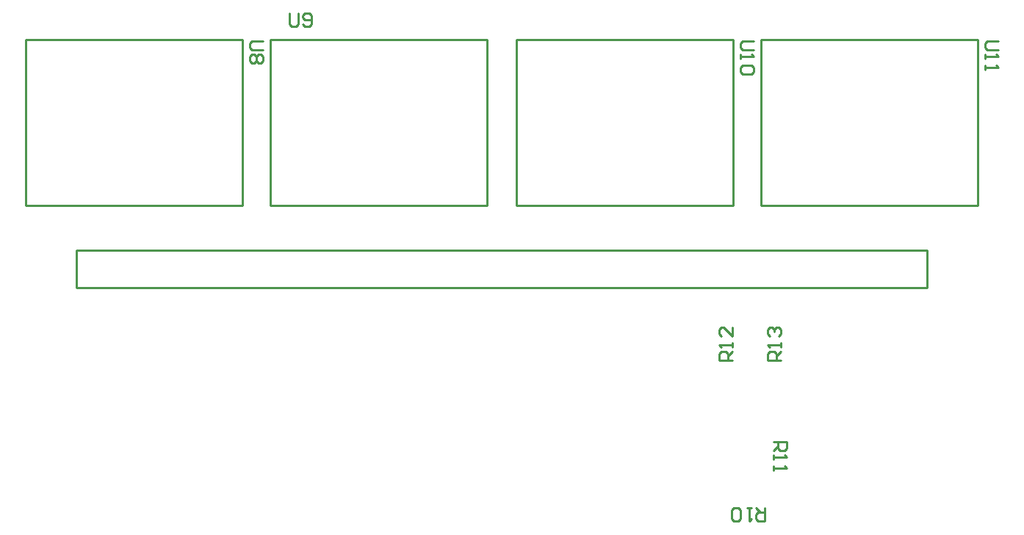
<source format=gto>
G04*
G04 #@! TF.GenerationSoftware,Altium Limited,Altium Designer,22.10.1 (41)*
G04*
G04 Layer_Color=65535*
%FSLAX44Y44*%
%MOMM*%
G71*
G04*
G04 #@! TF.SameCoordinates,4CDF153F-0075-4D10-A07D-334E842CD810*
G04*
G04*
G04 #@! TF.FilePolarity,Positive*
G04*
G01*
G75*
%ADD10C,0.2540*%
D10*
X78740Y306578D02*
X1059180D01*
X78740Y349758D02*
X1059180D01*
Y306578D02*
Y349758D01*
X78740Y306578D02*
Y349758D01*
X302006Y400812D02*
X551942D01*
X302006Y592328D02*
X551942D01*
Y400812D02*
Y592328D01*
X302006Y400812D02*
Y592328D01*
X867664Y400812D02*
X1117600D01*
X867664Y592328D02*
X1117600D01*
Y400812D02*
Y592328D01*
X867664Y400812D02*
Y592328D01*
X585724Y400812D02*
Y592328D01*
X835660Y400812D02*
Y592328D01*
X585724D02*
X835660D01*
X585724Y400812D02*
X835660D01*
X20066D02*
Y592328D01*
X270002Y400812D02*
Y592328D01*
X20066D02*
X270002D01*
X20066Y400812D02*
X270002D01*
X324485Y622676D02*
Y609980D01*
X327024Y607441D01*
X332103D01*
X334642Y609980D01*
Y622676D01*
X339720Y609980D02*
X342259Y607441D01*
X347338D01*
X349877Y609980D01*
Y620137D01*
X347338Y622676D01*
X342259D01*
X339720Y620137D01*
Y617598D01*
X342259Y615059D01*
X349877D01*
X1141598Y590931D02*
X1128902D01*
X1126363Y588392D01*
Y583313D01*
X1128902Y580774D01*
X1141598D01*
X1126363Y575696D02*
Y570618D01*
Y573157D01*
X1141598D01*
X1139059Y575696D01*
X1126363Y563000D02*
Y557922D01*
Y560461D01*
X1141598D01*
X1139059Y563000D01*
X890517Y222377D02*
X875282D01*
Y229995D01*
X877821Y232534D01*
X882899D01*
X885439Y229995D01*
Y222377D01*
Y227455D02*
X890517Y232534D01*
Y237612D02*
Y242690D01*
Y240151D01*
X875282D01*
X877821Y237612D01*
Y250308D02*
X875282Y252847D01*
Y257925D01*
X877821Y260465D01*
X880360D01*
X882899Y257925D01*
Y255386D01*
Y257925D01*
X885439Y260465D01*
X887978D01*
X890517Y257925D01*
Y252847D01*
X887978Y250308D01*
X834517Y222377D02*
X819282D01*
Y229995D01*
X821821Y232534D01*
X826899D01*
X829439Y229995D01*
Y222377D01*
Y227455D02*
X834517Y232534D01*
Y237612D02*
Y242690D01*
Y240151D01*
X819282D01*
X821821Y237612D01*
X834517Y260465D02*
Y250308D01*
X824360Y260465D01*
X821821D01*
X819282Y257925D01*
Y252847D01*
X821821Y250308D01*
X882523Y128143D02*
X897758D01*
Y120526D01*
X895219Y117986D01*
X890141D01*
X887601Y120526D01*
Y128143D01*
Y123065D02*
X882523Y117986D01*
Y112908D02*
Y107830D01*
Y110369D01*
X897758D01*
X895219Y112908D01*
X882523Y100212D02*
Y95134D01*
Y97673D01*
X897758D01*
X895219Y100212D01*
X872363Y52197D02*
Y36962D01*
X864745D01*
X862206Y39501D01*
Y44580D01*
X864745Y47119D01*
X872363D01*
X867285D02*
X862206Y52197D01*
X857128D02*
X852050D01*
X854589D01*
Y36962D01*
X857128Y39501D01*
X844432D02*
X841893Y36962D01*
X836814D01*
X834275Y39501D01*
Y49658D01*
X836814Y52197D01*
X841893D01*
X844432Y49658D01*
Y39501D01*
X859658Y590931D02*
X846962D01*
X844423Y588392D01*
Y583313D01*
X846962Y580774D01*
X859658D01*
X844423Y575696D02*
Y570618D01*
Y573157D01*
X859658D01*
X857119Y575696D01*
Y563000D02*
X859658Y560461D01*
Y555382D01*
X857119Y552843D01*
X846962D01*
X844423Y555382D01*
Y560461D01*
X846962Y563000D01*
X857119D01*
X294000Y590931D02*
X281304D01*
X278765Y588392D01*
Y583313D01*
X281304Y580774D01*
X294000D01*
X291461Y575696D02*
X294000Y573157D01*
Y568078D01*
X291461Y565539D01*
X288922D01*
X286383Y568078D01*
X283843Y565539D01*
X281304D01*
X278765Y568078D01*
Y573157D01*
X281304Y575696D01*
X283843D01*
X286383Y573157D01*
X288922Y575696D01*
X291461D01*
X286383Y573157D02*
Y568078D01*
M02*

</source>
